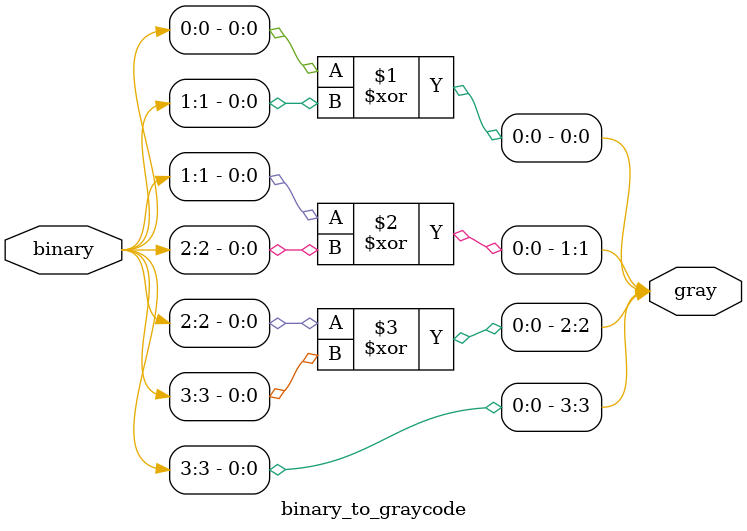
<source format=v>
module binary_to_graycode #(parameter width=4)(input [width-1:0]binary,
                                               output [width-1:0]gray);
    genvar i;
    generate
        for(i=0;i<width-1;i=i+1) begin
            assign gray[i] = binary[i]^binary[i+1];
        end    
    endgenerate
    assign gray[width-1] = binary[width-1];
endmodule

</source>
